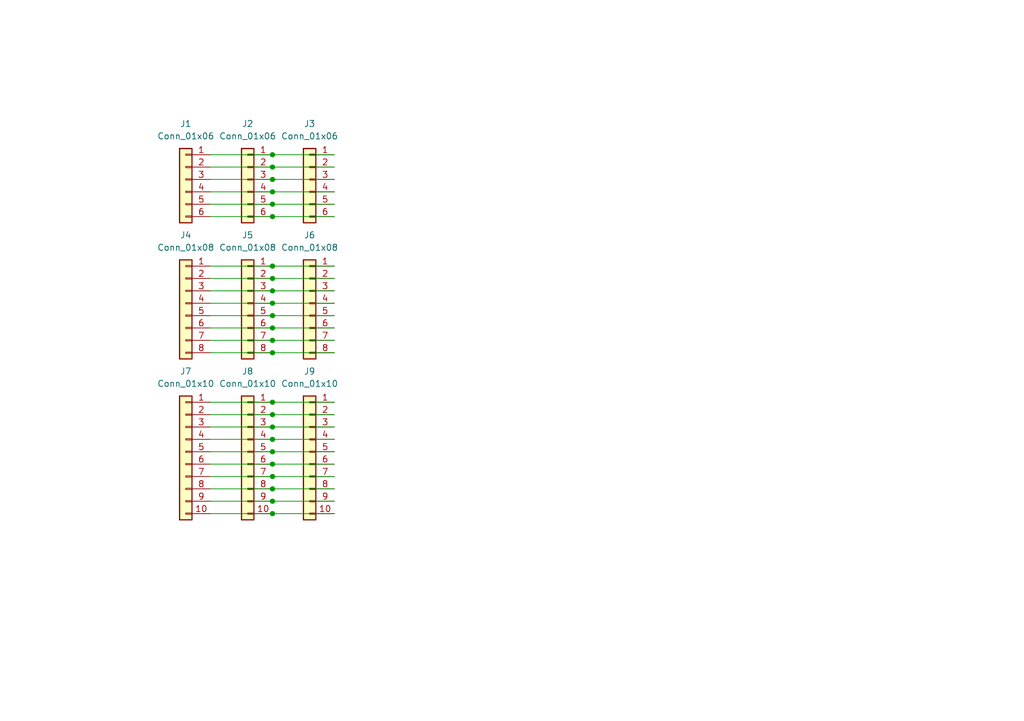
<source format=kicad_sch>
(kicad_sch
	(version 20250114)
	(generator "eeschema")
	(generator_version "9.0")
	(uuid "7e4951fa-8554-4ab6-88c8-5b71e05ac55a")
	(paper "A5")
	(lib_symbols
		(symbol "Connector_Generic:Conn_01x06"
			(pin_names
				(offset 1.016)
				(hide yes)
			)
			(exclude_from_sim no)
			(in_bom yes)
			(on_board yes)
			(property "Reference" "J"
				(at 0 7.62 0)
				(effects
					(font
						(size 1.27 1.27)
					)
				)
			)
			(property "Value" "Conn_01x06"
				(at 0 -10.16 0)
				(effects
					(font
						(size 1.27 1.27)
					)
				)
			)
			(property "Footprint" ""
				(at 0 0 0)
				(effects
					(font
						(size 1.27 1.27)
					)
					(hide yes)
				)
			)
			(property "Datasheet" "~"
				(at 0 0 0)
				(effects
					(font
						(size 1.27 1.27)
					)
					(hide yes)
				)
			)
			(property "Description" "Generic connector, single row, 01x06, script generated (kicad-library-utils/schlib/autogen/connector/)"
				(at 0 0 0)
				(effects
					(font
						(size 1.27 1.27)
					)
					(hide yes)
				)
			)
			(property "ki_keywords" "connector"
				(at 0 0 0)
				(effects
					(font
						(size 1.27 1.27)
					)
					(hide yes)
				)
			)
			(property "ki_fp_filters" "Connector*:*_1x??_*"
				(at 0 0 0)
				(effects
					(font
						(size 1.27 1.27)
					)
					(hide yes)
				)
			)
			(symbol "Conn_01x06_1_1"
				(rectangle
					(start -1.27 6.35)
					(end 1.27 -8.89)
					(stroke
						(width 0.254)
						(type default)
					)
					(fill
						(type background)
					)
				)
				(rectangle
					(start -1.27 5.207)
					(end 0 4.953)
					(stroke
						(width 0.1524)
						(type default)
					)
					(fill
						(type none)
					)
				)
				(rectangle
					(start -1.27 2.667)
					(end 0 2.413)
					(stroke
						(width 0.1524)
						(type default)
					)
					(fill
						(type none)
					)
				)
				(rectangle
					(start -1.27 0.127)
					(end 0 -0.127)
					(stroke
						(width 0.1524)
						(type default)
					)
					(fill
						(type none)
					)
				)
				(rectangle
					(start -1.27 -2.413)
					(end 0 -2.667)
					(stroke
						(width 0.1524)
						(type default)
					)
					(fill
						(type none)
					)
				)
				(rectangle
					(start -1.27 -4.953)
					(end 0 -5.207)
					(stroke
						(width 0.1524)
						(type default)
					)
					(fill
						(type none)
					)
				)
				(rectangle
					(start -1.27 -7.493)
					(end 0 -7.747)
					(stroke
						(width 0.1524)
						(type default)
					)
					(fill
						(type none)
					)
				)
				(pin passive line
					(at -5.08 5.08 0)
					(length 3.81)
					(name "Pin_1"
						(effects
							(font
								(size 1.27 1.27)
							)
						)
					)
					(number "1"
						(effects
							(font
								(size 1.27 1.27)
							)
						)
					)
				)
				(pin passive line
					(at -5.08 2.54 0)
					(length 3.81)
					(name "Pin_2"
						(effects
							(font
								(size 1.27 1.27)
							)
						)
					)
					(number "2"
						(effects
							(font
								(size 1.27 1.27)
							)
						)
					)
				)
				(pin passive line
					(at -5.08 0 0)
					(length 3.81)
					(name "Pin_3"
						(effects
							(font
								(size 1.27 1.27)
							)
						)
					)
					(number "3"
						(effects
							(font
								(size 1.27 1.27)
							)
						)
					)
				)
				(pin passive line
					(at -5.08 -2.54 0)
					(length 3.81)
					(name "Pin_4"
						(effects
							(font
								(size 1.27 1.27)
							)
						)
					)
					(number "4"
						(effects
							(font
								(size 1.27 1.27)
							)
						)
					)
				)
				(pin passive line
					(at -5.08 -5.08 0)
					(length 3.81)
					(name "Pin_5"
						(effects
							(font
								(size 1.27 1.27)
							)
						)
					)
					(number "5"
						(effects
							(font
								(size 1.27 1.27)
							)
						)
					)
				)
				(pin passive line
					(at -5.08 -7.62 0)
					(length 3.81)
					(name "Pin_6"
						(effects
							(font
								(size 1.27 1.27)
							)
						)
					)
					(number "6"
						(effects
							(font
								(size 1.27 1.27)
							)
						)
					)
				)
			)
			(embedded_fonts no)
		)
		(symbol "Connector_Generic:Conn_01x08"
			(pin_names
				(offset 1.016)
				(hide yes)
			)
			(exclude_from_sim no)
			(in_bom yes)
			(on_board yes)
			(property "Reference" "J"
				(at 0 10.16 0)
				(effects
					(font
						(size 1.27 1.27)
					)
				)
			)
			(property "Value" "Conn_01x08"
				(at 0 -12.7 0)
				(effects
					(font
						(size 1.27 1.27)
					)
				)
			)
			(property "Footprint" ""
				(at 0 0 0)
				(effects
					(font
						(size 1.27 1.27)
					)
					(hide yes)
				)
			)
			(property "Datasheet" "~"
				(at 0 0 0)
				(effects
					(font
						(size 1.27 1.27)
					)
					(hide yes)
				)
			)
			(property "Description" "Generic connector, single row, 01x08, script generated (kicad-library-utils/schlib/autogen/connector/)"
				(at 0 0 0)
				(effects
					(font
						(size 1.27 1.27)
					)
					(hide yes)
				)
			)
			(property "ki_keywords" "connector"
				(at 0 0 0)
				(effects
					(font
						(size 1.27 1.27)
					)
					(hide yes)
				)
			)
			(property "ki_fp_filters" "Connector*:*_1x??_*"
				(at 0 0 0)
				(effects
					(font
						(size 1.27 1.27)
					)
					(hide yes)
				)
			)
			(symbol "Conn_01x08_1_1"
				(rectangle
					(start -1.27 8.89)
					(end 1.27 -11.43)
					(stroke
						(width 0.254)
						(type default)
					)
					(fill
						(type background)
					)
				)
				(rectangle
					(start -1.27 7.747)
					(end 0 7.493)
					(stroke
						(width 0.1524)
						(type default)
					)
					(fill
						(type none)
					)
				)
				(rectangle
					(start -1.27 5.207)
					(end 0 4.953)
					(stroke
						(width 0.1524)
						(type default)
					)
					(fill
						(type none)
					)
				)
				(rectangle
					(start -1.27 2.667)
					(end 0 2.413)
					(stroke
						(width 0.1524)
						(type default)
					)
					(fill
						(type none)
					)
				)
				(rectangle
					(start -1.27 0.127)
					(end 0 -0.127)
					(stroke
						(width 0.1524)
						(type default)
					)
					(fill
						(type none)
					)
				)
				(rectangle
					(start -1.27 -2.413)
					(end 0 -2.667)
					(stroke
						(width 0.1524)
						(type default)
					)
					(fill
						(type none)
					)
				)
				(rectangle
					(start -1.27 -4.953)
					(end 0 -5.207)
					(stroke
						(width 0.1524)
						(type default)
					)
					(fill
						(type none)
					)
				)
				(rectangle
					(start -1.27 -7.493)
					(end 0 -7.747)
					(stroke
						(width 0.1524)
						(type default)
					)
					(fill
						(type none)
					)
				)
				(rectangle
					(start -1.27 -10.033)
					(end 0 -10.287)
					(stroke
						(width 0.1524)
						(type default)
					)
					(fill
						(type none)
					)
				)
				(pin passive line
					(at -5.08 7.62 0)
					(length 3.81)
					(name "Pin_1"
						(effects
							(font
								(size 1.27 1.27)
							)
						)
					)
					(number "1"
						(effects
							(font
								(size 1.27 1.27)
							)
						)
					)
				)
				(pin passive line
					(at -5.08 5.08 0)
					(length 3.81)
					(name "Pin_2"
						(effects
							(font
								(size 1.27 1.27)
							)
						)
					)
					(number "2"
						(effects
							(font
								(size 1.27 1.27)
							)
						)
					)
				)
				(pin passive line
					(at -5.08 2.54 0)
					(length 3.81)
					(name "Pin_3"
						(effects
							(font
								(size 1.27 1.27)
							)
						)
					)
					(number "3"
						(effects
							(font
								(size 1.27 1.27)
							)
						)
					)
				)
				(pin passive line
					(at -5.08 0 0)
					(length 3.81)
					(name "Pin_4"
						(effects
							(font
								(size 1.27 1.27)
							)
						)
					)
					(number "4"
						(effects
							(font
								(size 1.27 1.27)
							)
						)
					)
				)
				(pin passive line
					(at -5.08 -2.54 0)
					(length 3.81)
					(name "Pin_5"
						(effects
							(font
								(size 1.27 1.27)
							)
						)
					)
					(number "5"
						(effects
							(font
								(size 1.27 1.27)
							)
						)
					)
				)
				(pin passive line
					(at -5.08 -5.08 0)
					(length 3.81)
					(name "Pin_6"
						(effects
							(font
								(size 1.27 1.27)
							)
						)
					)
					(number "6"
						(effects
							(font
								(size 1.27 1.27)
							)
						)
					)
				)
				(pin passive line
					(at -5.08 -7.62 0)
					(length 3.81)
					(name "Pin_7"
						(effects
							(font
								(size 1.27 1.27)
							)
						)
					)
					(number "7"
						(effects
							(font
								(size 1.27 1.27)
							)
						)
					)
				)
				(pin passive line
					(at -5.08 -10.16 0)
					(length 3.81)
					(name "Pin_8"
						(effects
							(font
								(size 1.27 1.27)
							)
						)
					)
					(number "8"
						(effects
							(font
								(size 1.27 1.27)
							)
						)
					)
				)
			)
			(embedded_fonts no)
		)
		(symbol "Connector_Generic:Conn_01x10"
			(pin_names
				(offset 1.016)
				(hide yes)
			)
			(exclude_from_sim no)
			(in_bom yes)
			(on_board yes)
			(property "Reference" "J"
				(at 0 12.7 0)
				(effects
					(font
						(size 1.27 1.27)
					)
				)
			)
			(property "Value" "Conn_01x10"
				(at 0 -15.24 0)
				(effects
					(font
						(size 1.27 1.27)
					)
				)
			)
			(property "Footprint" ""
				(at 0 0 0)
				(effects
					(font
						(size 1.27 1.27)
					)
					(hide yes)
				)
			)
			(property "Datasheet" "~"
				(at 0 0 0)
				(effects
					(font
						(size 1.27 1.27)
					)
					(hide yes)
				)
			)
			(property "Description" "Generic connector, single row, 01x10, script generated (kicad-library-utils/schlib/autogen/connector/)"
				(at 0 0 0)
				(effects
					(font
						(size 1.27 1.27)
					)
					(hide yes)
				)
			)
			(property "ki_keywords" "connector"
				(at 0 0 0)
				(effects
					(font
						(size 1.27 1.27)
					)
					(hide yes)
				)
			)
			(property "ki_fp_filters" "Connector*:*_1x??_*"
				(at 0 0 0)
				(effects
					(font
						(size 1.27 1.27)
					)
					(hide yes)
				)
			)
			(symbol "Conn_01x10_1_1"
				(rectangle
					(start -1.27 11.43)
					(end 1.27 -13.97)
					(stroke
						(width 0.254)
						(type default)
					)
					(fill
						(type background)
					)
				)
				(rectangle
					(start -1.27 10.287)
					(end 0 10.033)
					(stroke
						(width 0.1524)
						(type default)
					)
					(fill
						(type none)
					)
				)
				(rectangle
					(start -1.27 7.747)
					(end 0 7.493)
					(stroke
						(width 0.1524)
						(type default)
					)
					(fill
						(type none)
					)
				)
				(rectangle
					(start -1.27 5.207)
					(end 0 4.953)
					(stroke
						(width 0.1524)
						(type default)
					)
					(fill
						(type none)
					)
				)
				(rectangle
					(start -1.27 2.667)
					(end 0 2.413)
					(stroke
						(width 0.1524)
						(type default)
					)
					(fill
						(type none)
					)
				)
				(rectangle
					(start -1.27 0.127)
					(end 0 -0.127)
					(stroke
						(width 0.1524)
						(type default)
					)
					(fill
						(type none)
					)
				)
				(rectangle
					(start -1.27 -2.413)
					(end 0 -2.667)
					(stroke
						(width 0.1524)
						(type default)
					)
					(fill
						(type none)
					)
				)
				(rectangle
					(start -1.27 -4.953)
					(end 0 -5.207)
					(stroke
						(width 0.1524)
						(type default)
					)
					(fill
						(type none)
					)
				)
				(rectangle
					(start -1.27 -7.493)
					(end 0 -7.747)
					(stroke
						(width 0.1524)
						(type default)
					)
					(fill
						(type none)
					)
				)
				(rectangle
					(start -1.27 -10.033)
					(end 0 -10.287)
					(stroke
						(width 0.1524)
						(type default)
					)
					(fill
						(type none)
					)
				)
				(rectangle
					(start -1.27 -12.573)
					(end 0 -12.827)
					(stroke
						(width 0.1524)
						(type default)
					)
					(fill
						(type none)
					)
				)
				(pin passive line
					(at -5.08 10.16 0)
					(length 3.81)
					(name "Pin_1"
						(effects
							(font
								(size 1.27 1.27)
							)
						)
					)
					(number "1"
						(effects
							(font
								(size 1.27 1.27)
							)
						)
					)
				)
				(pin passive line
					(at -5.08 7.62 0)
					(length 3.81)
					(name "Pin_2"
						(effects
							(font
								(size 1.27 1.27)
							)
						)
					)
					(number "2"
						(effects
							(font
								(size 1.27 1.27)
							)
						)
					)
				)
				(pin passive line
					(at -5.08 5.08 0)
					(length 3.81)
					(name "Pin_3"
						(effects
							(font
								(size 1.27 1.27)
							)
						)
					)
					(number "3"
						(effects
							(font
								(size 1.27 1.27)
							)
						)
					)
				)
				(pin passive line
					(at -5.08 2.54 0)
					(length 3.81)
					(name "Pin_4"
						(effects
							(font
								(size 1.27 1.27)
							)
						)
					)
					(number "4"
						(effects
							(font
								(size 1.27 1.27)
							)
						)
					)
				)
				(pin passive line
					(at -5.08 0 0)
					(length 3.81)
					(name "Pin_5"
						(effects
							(font
								(size 1.27 1.27)
							)
						)
					)
					(number "5"
						(effects
							(font
								(size 1.27 1.27)
							)
						)
					)
				)
				(pin passive line
					(at -5.08 -2.54 0)
					(length 3.81)
					(name "Pin_6"
						(effects
							(font
								(size 1.27 1.27)
							)
						)
					)
					(number "6"
						(effects
							(font
								(size 1.27 1.27)
							)
						)
					)
				)
				(pin passive line
					(at -5.08 -5.08 0)
					(length 3.81)
					(name "Pin_7"
						(effects
							(font
								(size 1.27 1.27)
							)
						)
					)
					(number "7"
						(effects
							(font
								(size 1.27 1.27)
							)
						)
					)
				)
				(pin passive line
					(at -5.08 -7.62 0)
					(length 3.81)
					(name "Pin_8"
						(effects
							(font
								(size 1.27 1.27)
							)
						)
					)
					(number "8"
						(effects
							(font
								(size 1.27 1.27)
							)
						)
					)
				)
				(pin passive line
					(at -5.08 -10.16 0)
					(length 3.81)
					(name "Pin_9"
						(effects
							(font
								(size 1.27 1.27)
							)
						)
					)
					(number "9"
						(effects
							(font
								(size 1.27 1.27)
							)
						)
					)
				)
				(pin passive line
					(at -5.08 -12.7 0)
					(length 3.81)
					(name "Pin_10"
						(effects
							(font
								(size 1.27 1.27)
							)
						)
					)
					(number "10"
						(effects
							(font
								(size 1.27 1.27)
							)
						)
					)
				)
			)
			(embedded_fonts no)
		)
	)
	(junction
		(at 55.88 54.61)
		(diameter 0)
		(color 0 0 0 0)
		(uuid "02b110df-d4a5-44a9-a163-611fe6c8ff53")
	)
	(junction
		(at 55.88 57.15)
		(diameter 0)
		(color 0 0 0 0)
		(uuid "05a0e06b-e857-450a-85e3-a9e63911d89e")
	)
	(junction
		(at 55.88 62.23)
		(diameter 0)
		(color 0 0 0 0)
		(uuid "091d8b96-48f3-4a13-b3b5-6ad01083cbaa")
	)
	(junction
		(at 55.88 41.91)
		(diameter 0)
		(color 0 0 0 0)
		(uuid "0992d037-10e4-4491-89d2-7d9e18d243a3")
	)
	(junction
		(at 55.88 72.39)
		(diameter 0)
		(color 0 0 0 0)
		(uuid "0da9d235-8898-438d-b2ce-892762664e35")
	)
	(junction
		(at 55.88 90.17)
		(diameter 0)
		(color 0 0 0 0)
		(uuid "32a73fb0-572e-485a-a8cb-629db4c4ac2a")
	)
	(junction
		(at 55.88 82.55)
		(diameter 0)
		(color 0 0 0 0)
		(uuid "3edaed3e-0676-47ad-b626-d173e06d5a1a")
	)
	(junction
		(at 55.88 67.31)
		(diameter 0)
		(color 0 0 0 0)
		(uuid "3f2d7134-825c-48a6-a837-2eadc2fad4d2")
	)
	(junction
		(at 55.88 64.77)
		(diameter 0)
		(color 0 0 0 0)
		(uuid "44d94314-f21c-42b9-82f3-958549a693ef")
	)
	(junction
		(at 55.88 85.09)
		(diameter 0)
		(color 0 0 0 0)
		(uuid "45295964-c132-49f3-a106-35d560e02d3f")
	)
	(junction
		(at 55.88 87.63)
		(diameter 0)
		(color 0 0 0 0)
		(uuid "6b5692fa-dc3e-47d6-a0e3-b66d37eab0e8")
	)
	(junction
		(at 55.88 97.79)
		(diameter 0)
		(color 0 0 0 0)
		(uuid "736ceb3b-9a32-4d28-8443-291a480da878")
	)
	(junction
		(at 55.88 105.41)
		(diameter 0)
		(color 0 0 0 0)
		(uuid "813498b2-0a75-4bc2-b285-575286bd81f2")
	)
	(junction
		(at 55.88 59.69)
		(diameter 0)
		(color 0 0 0 0)
		(uuid "9bcce548-07ec-4653-9345-b7fef99eca15")
	)
	(junction
		(at 55.88 102.87)
		(diameter 0)
		(color 0 0 0 0)
		(uuid "ab6f342c-01d4-4348-b1f6-8e973bd6b1f6")
	)
	(junction
		(at 55.88 39.37)
		(diameter 0)
		(color 0 0 0 0)
		(uuid "b3b15054-e6f3-4263-a8da-9a2eebe817c6")
	)
	(junction
		(at 55.88 44.45)
		(diameter 0)
		(color 0 0 0 0)
		(uuid "b9296aed-505a-4831-b043-4447055b1e8e")
	)
	(junction
		(at 55.88 31.75)
		(diameter 0)
		(color 0 0 0 0)
		(uuid "badfc911-7a73-4a20-9e19-1bc2cf5796c7")
	)
	(junction
		(at 55.88 95.25)
		(diameter 0)
		(color 0 0 0 0)
		(uuid "bf82894e-e9bf-4aea-8b08-3b693b7abb9e")
	)
	(junction
		(at 55.88 34.29)
		(diameter 0)
		(color 0 0 0 0)
		(uuid "c0640590-e60f-4e52-91d1-7264cf2206c3")
	)
	(junction
		(at 55.88 92.71)
		(diameter 0)
		(color 0 0 0 0)
		(uuid "d28e4114-5fda-4c86-a415-8a5cb6368c89")
	)
	(junction
		(at 55.88 69.85)
		(diameter 0)
		(color 0 0 0 0)
		(uuid "d74cbbbd-8915-486c-adf3-d65e1d5b6efc")
	)
	(junction
		(at 55.88 36.83)
		(diameter 0)
		(color 0 0 0 0)
		(uuid "d9e94ab4-794e-41e1-a2ea-1c64b89e61eb")
	)
	(junction
		(at 55.88 100.33)
		(diameter 0)
		(color 0 0 0 0)
		(uuid "f12cd185-3738-4f50-9707-b32d52c99af9")
	)
	(wire
		(pts
			(xy 43.18 54.61) (xy 55.88 54.61)
		)
		(stroke
			(width 0)
			(type default)
		)
		(uuid "00dd7fe8-37cc-4caa-9710-ac8b90451c16")
	)
	(wire
		(pts
			(xy 43.18 64.77) (xy 55.88 64.77)
		)
		(stroke
			(width 0)
			(type default)
		)
		(uuid "13ec8883-66a7-47e3-822e-cd061f6f299f")
	)
	(wire
		(pts
			(xy 55.88 100.33) (xy 68.58 100.33)
		)
		(stroke
			(width 0)
			(type default)
		)
		(uuid "148aa9cb-46c0-4235-a041-cb8ba617c6e4")
	)
	(wire
		(pts
			(xy 55.88 31.75) (xy 68.58 31.75)
		)
		(stroke
			(width 0)
			(type default)
		)
		(uuid "15d473f5-2aad-481f-a5a7-463e8c87596f")
	)
	(wire
		(pts
			(xy 43.18 36.83) (xy 55.88 36.83)
		)
		(stroke
			(width 0)
			(type default)
		)
		(uuid "21f435da-02fa-444e-b523-e71b94f56e55")
	)
	(wire
		(pts
			(xy 55.88 90.17) (xy 68.58 90.17)
		)
		(stroke
			(width 0)
			(type default)
		)
		(uuid "22533f20-7547-4d06-a0a5-47280a03cb1e")
	)
	(wire
		(pts
			(xy 43.18 62.23) (xy 55.88 62.23)
		)
		(stroke
			(width 0)
			(type default)
		)
		(uuid "323a03b3-71b2-46ef-80b9-2a22ee256a6e")
	)
	(wire
		(pts
			(xy 43.18 105.41) (xy 55.88 105.41)
		)
		(stroke
			(width 0)
			(type default)
		)
		(uuid "383bc604-0ab5-49c3-a342-8a72ade3fed7")
	)
	(wire
		(pts
			(xy 55.88 87.63) (xy 68.58 87.63)
		)
		(stroke
			(width 0)
			(type default)
		)
		(uuid "39e92aa3-5d93-4b8c-aec0-6b38bf6c8e74")
	)
	(wire
		(pts
			(xy 43.18 82.55) (xy 55.88 82.55)
		)
		(stroke
			(width 0)
			(type default)
		)
		(uuid "3a29035c-6014-43d0-b75b-19808a88b883")
	)
	(wire
		(pts
			(xy 43.18 97.79) (xy 55.88 97.79)
		)
		(stroke
			(width 0)
			(type default)
		)
		(uuid "3e9149d5-ddf3-4516-a6d9-026ef1ce5f6b")
	)
	(wire
		(pts
			(xy 43.18 69.85) (xy 55.88 69.85)
		)
		(stroke
			(width 0)
			(type default)
		)
		(uuid "400ed3af-3348-4354-8cd0-f86a80e9469b")
	)
	(wire
		(pts
			(xy 43.18 41.91) (xy 55.88 41.91)
		)
		(stroke
			(width 0)
			(type default)
		)
		(uuid "467762ab-98c1-4190-afaf-ab4392718277")
	)
	(wire
		(pts
			(xy 55.88 69.85) (xy 68.58 69.85)
		)
		(stroke
			(width 0)
			(type default)
		)
		(uuid "49872b06-96de-4438-90af-f25544c3221b")
	)
	(wire
		(pts
			(xy 43.18 31.75) (xy 55.88 31.75)
		)
		(stroke
			(width 0)
			(type default)
		)
		(uuid "4ccafa29-2f3a-408a-9966-6a4aa83b7ea4")
	)
	(wire
		(pts
			(xy 43.18 67.31) (xy 55.88 67.31)
		)
		(stroke
			(width 0)
			(type default)
		)
		(uuid "52a07020-a747-4ab1-963d-7ba8db66523e")
	)
	(wire
		(pts
			(xy 55.88 97.79) (xy 68.58 97.79)
		)
		(stroke
			(width 0)
			(type default)
		)
		(uuid "602b2fb0-f684-4181-86ca-0749e4f7a1cc")
	)
	(wire
		(pts
			(xy 43.18 44.45) (xy 55.88 44.45)
		)
		(stroke
			(width 0)
			(type default)
		)
		(uuid "60675f8a-6806-4578-aa56-70c8db85bdbb")
	)
	(wire
		(pts
			(xy 55.88 34.29) (xy 68.58 34.29)
		)
		(stroke
			(width 0)
			(type default)
		)
		(uuid "68743693-c4de-4a9a-8f3e-cb932155e872")
	)
	(wire
		(pts
			(xy 43.18 95.25) (xy 55.88 95.25)
		)
		(stroke
			(width 0)
			(type default)
		)
		(uuid "76f22a59-6ba6-42c7-94b6-f68ab8c315e9")
	)
	(wire
		(pts
			(xy 55.88 95.25) (xy 68.58 95.25)
		)
		(stroke
			(width 0)
			(type default)
		)
		(uuid "7729abcc-c369-4675-b5cf-fce8aa741cca")
	)
	(wire
		(pts
			(xy 43.18 100.33) (xy 55.88 100.33)
		)
		(stroke
			(width 0)
			(type default)
		)
		(uuid "79502630-fbca-4b1a-a1a7-16549be98610")
	)
	(wire
		(pts
			(xy 55.88 64.77) (xy 68.58 64.77)
		)
		(stroke
			(width 0)
			(type default)
		)
		(uuid "7f2e76fd-7b2b-4c8c-abf8-c4b2fecf06bf")
	)
	(wire
		(pts
			(xy 43.18 90.17) (xy 55.88 90.17)
		)
		(stroke
			(width 0)
			(type default)
		)
		(uuid "7f60ad7f-0c4e-4d0f-8c6f-068cc26e08f2")
	)
	(wire
		(pts
			(xy 43.18 59.69) (xy 55.88 59.69)
		)
		(stroke
			(width 0)
			(type default)
		)
		(uuid "81a1278c-5a24-4491-a28b-5ff0d6d8c88f")
	)
	(wire
		(pts
			(xy 55.88 57.15) (xy 68.58 57.15)
		)
		(stroke
			(width 0)
			(type default)
		)
		(uuid "864f57aa-d90d-4100-94ea-783fe68d844f")
	)
	(wire
		(pts
			(xy 43.18 92.71) (xy 55.88 92.71)
		)
		(stroke
			(width 0)
			(type default)
		)
		(uuid "8ba4de44-6ed5-4291-a4fa-8044a1b20b8b")
	)
	(wire
		(pts
			(xy 55.88 82.55) (xy 68.58 82.55)
		)
		(stroke
			(width 0)
			(type default)
		)
		(uuid "941b1ec7-57ae-4c18-916d-00bc89b1516b")
	)
	(wire
		(pts
			(xy 43.18 72.39) (xy 55.88 72.39)
		)
		(stroke
			(width 0)
			(type default)
		)
		(uuid "941e340f-f3ca-43e8-a14c-238d22d322f5")
	)
	(wire
		(pts
			(xy 55.88 85.09) (xy 68.58 85.09)
		)
		(stroke
			(width 0)
			(type default)
		)
		(uuid "9958b7b9-6b19-43a0-996b-d893bf4bb830")
	)
	(wire
		(pts
			(xy 55.88 41.91) (xy 68.58 41.91)
		)
		(stroke
			(width 0)
			(type default)
		)
		(uuid "9a6a371c-2718-4990-84f2-ce35f523f421")
	)
	(wire
		(pts
			(xy 43.18 102.87) (xy 55.88 102.87)
		)
		(stroke
			(width 0)
			(type default)
		)
		(uuid "9e73897c-f6f1-466f-af1d-f119e27c9c25")
	)
	(wire
		(pts
			(xy 43.18 39.37) (xy 55.88 39.37)
		)
		(stroke
			(width 0)
			(type default)
		)
		(uuid "a152847c-eb23-45cc-b5ba-daac4dcb45ae")
	)
	(wire
		(pts
			(xy 55.88 105.41) (xy 68.58 105.41)
		)
		(stroke
			(width 0)
			(type default)
		)
		(uuid "a335ffd1-8f48-4f99-b68a-c596a4ec04e5")
	)
	(wire
		(pts
			(xy 55.88 59.69) (xy 68.58 59.69)
		)
		(stroke
			(width 0)
			(type default)
		)
		(uuid "abaebce0-958c-4966-a9c4-ed47f6787126")
	)
	(wire
		(pts
			(xy 43.18 85.09) (xy 55.88 85.09)
		)
		(stroke
			(width 0)
			(type default)
		)
		(uuid "aff17557-689f-464b-b9ff-e4edaff613db")
	)
	(wire
		(pts
			(xy 55.88 62.23) (xy 68.58 62.23)
		)
		(stroke
			(width 0)
			(type default)
		)
		(uuid "bd29da55-8c28-4dbe-8d07-b5ffef409e21")
	)
	(wire
		(pts
			(xy 55.88 102.87) (xy 68.58 102.87)
		)
		(stroke
			(width 0)
			(type default)
		)
		(uuid "bf6932f6-de19-43e4-8ed9-929df2c661de")
	)
	(wire
		(pts
			(xy 55.88 92.71) (xy 68.58 92.71)
		)
		(stroke
			(width 0)
			(type default)
		)
		(uuid "bf6bf985-d423-4416-bac9-79e5a18ae316")
	)
	(wire
		(pts
			(xy 55.88 54.61) (xy 68.58 54.61)
		)
		(stroke
			(width 0)
			(type default)
		)
		(uuid "c19737ac-9e7c-40b3-8220-684b01449614")
	)
	(wire
		(pts
			(xy 55.88 72.39) (xy 68.58 72.39)
		)
		(stroke
			(width 0)
			(type default)
		)
		(uuid "c41f5655-23ea-4429-99db-e41782a0511e")
	)
	(wire
		(pts
			(xy 43.18 34.29) (xy 55.88 34.29)
		)
		(stroke
			(width 0)
			(type default)
		)
		(uuid "d11be1a8-f787-4fb8-bf8e-4c1b649c862e")
	)
	(wire
		(pts
			(xy 43.18 87.63) (xy 55.88 87.63)
		)
		(stroke
			(width 0)
			(type default)
		)
		(uuid "d357e397-dd2b-4a91-b680-af6a0502a885")
	)
	(wire
		(pts
			(xy 55.88 67.31) (xy 68.58 67.31)
		)
		(stroke
			(width 0)
			(type default)
		)
		(uuid "d38e3efb-75f8-4bc1-8ed6-be1d532ca2b1")
	)
	(wire
		(pts
			(xy 55.88 44.45) (xy 68.58 44.45)
		)
		(stroke
			(width 0)
			(type default)
		)
		(uuid "de5c8b72-8509-4a36-b739-706d3c40498d")
	)
	(wire
		(pts
			(xy 43.18 57.15) (xy 55.88 57.15)
		)
		(stroke
			(width 0)
			(type default)
		)
		(uuid "f12d07bc-1598-4eb1-a1a8-be4653ff7d95")
	)
	(wire
		(pts
			(xy 55.88 39.37) (xy 68.58 39.37)
		)
		(stroke
			(width 0)
			(type default)
		)
		(uuid "f146e610-65b2-4afe-b023-cd94ac82fc4b")
	)
	(wire
		(pts
			(xy 55.88 36.83) (xy 68.58 36.83)
		)
		(stroke
			(width 0)
			(type default)
		)
		(uuid "fcd1ffe4-14d4-43fa-bb4d-01c13ae08e85")
	)
	(symbol
		(lib_id "Connector_Generic:Conn_01x08")
		(at 50.8 62.23 0)
		(mirror y)
		(unit 1)
		(exclude_from_sim no)
		(in_bom yes)
		(on_board yes)
		(dnp no)
		(fields_autoplaced yes)
		(uuid "2de37cac-9abb-4fbe-98a7-a25935227ee5")
		(property "Reference" "J5"
			(at 50.8 48.26 0)
			(effects
				(font
					(size 1.27 1.27)
				)
			)
		)
		(property "Value" "Conn_01x08"
			(at 50.8 50.8 0)
			(effects
				(font
					(size 1.27 1.27)
				)
			)
		)
		(property "Footprint" "Connector_PinHeader_2.54mm:PinHeader_1x08_P2.54mm_Vertical_SMD_Pin1Left"
			(at 50.8 62.23 0)
			(effects
				(font
					(size 1.27 1.27)
				)
				(hide yes)
			)
		)
		(property "Datasheet" "~"
			(at 50.8 62.23 0)
			(effects
				(font
					(size 1.27 1.27)
				)
				(hide yes)
			)
		)
		(property "Description" "Generic connector, single row, 01x08, script generated (kicad-library-utils/schlib/autogen/connector/)"
			(at 50.8 62.23 0)
			(effects
				(font
					(size 1.27 1.27)
				)
				(hide yes)
			)
		)
		(property "LCSC" "C5160791"
			(at 50.8 62.23 0)
			(effects
				(font
					(size 1.27 1.27)
				)
				(hide yes)
			)
		)
		(pin "3"
			(uuid "26a9d811-96d9-46f7-980e-132472cd7c97")
		)
		(pin "4"
			(uuid "bc342f4e-a465-4c51-9286-f1d176109d83")
		)
		(pin "1"
			(uuid "765906cf-caff-4de8-8a02-31ae189c8cc4")
		)
		(pin "8"
			(uuid "a9b6b169-609d-4aa8-845c-d66abefcba56")
		)
		(pin "6"
			(uuid "62259db6-f0ac-449b-af51-b192052d5d73")
		)
		(pin "2"
			(uuid "9fb85c3d-7946-4a1e-ae80-404f5ff3ea4f")
		)
		(pin "7"
			(uuid "7dbe448a-7776-4b76-9939-a4bb642c65f4")
		)
		(pin "5"
			(uuid "2c131508-808f-4c28-af78-4b303340490a")
		)
		(instances
			(project "IDCto127"
				(path "/7e4951fa-8554-4ab6-88c8-5b71e05ac55a"
					(reference "J5")
					(unit 1)
				)
			)
		)
	)
	(symbol
		(lib_id "Connector_Generic:Conn_01x06")
		(at 38.1 36.83 0)
		(mirror y)
		(unit 1)
		(exclude_from_sim no)
		(in_bom yes)
		(on_board yes)
		(dnp no)
		(uuid "38857ad8-1e96-46ca-9be2-dc5a571c41af")
		(property "Reference" "J1"
			(at 38.1 25.4 0)
			(effects
				(font
					(size 1.27 1.27)
				)
			)
		)
		(property "Value" "Conn_01x06"
			(at 38.1 27.94 0)
			(effects
				(font
					(size 1.27 1.27)
				)
			)
		)
		(property "Footprint" "Connector_IDC:IDC-Header_2x03_P2.54mm_Vertical_SMD"
			(at 38.1 36.83 0)
			(effects
				(font
					(size 1.27 1.27)
				)
				(hide yes)
			)
		)
		(property "Datasheet" "~"
			(at 38.1 36.83 0)
			(effects
				(font
					(size 1.27 1.27)
				)
				(hide yes)
			)
		)
		(property "Description" "Generic connector, single row, 01x06, script generated (kicad-library-utils/schlib/autogen/connector/)"
			(at 38.1 36.83 0)
			(effects
				(font
					(size 1.27 1.27)
				)
				(hide yes)
			)
		)
		(property "LCSC" "C42372545"
			(at 38.1 36.83 0)
			(effects
				(font
					(size 1.27 1.27)
				)
				(hide yes)
			)
		)
		(pin "6"
			(uuid "2048c60a-31d0-4b66-8d8d-c004f46db832")
		)
		(pin "3"
			(uuid "64d78551-6dc4-46aa-8126-e0763e709ac5")
		)
		(pin "5"
			(uuid "78e5e87b-a03a-49eb-a4a3-b0bbdc7bd9bf")
		)
		(pin "2"
			(uuid "4df5fae4-8d9f-451b-8bde-c0d69e4945d5")
		)
		(pin "1"
			(uuid "2967de67-5315-4f02-8f1c-f66a321cb93e")
		)
		(pin "4"
			(uuid "9b7bbad4-3d7e-4512-b898-d78d6a1fc324")
		)
		(instances
			(project ""
				(path "/7e4951fa-8554-4ab6-88c8-5b71e05ac55a"
					(reference "J1")
					(unit 1)
				)
			)
		)
	)
	(symbol
		(lib_id "Connector_Generic:Conn_01x10")
		(at 38.1 92.71 0)
		(mirror y)
		(unit 1)
		(exclude_from_sim no)
		(in_bom yes)
		(on_board yes)
		(dnp no)
		(fields_autoplaced yes)
		(uuid "458f24c7-3161-4898-abff-3081a0e0ed4c")
		(property "Reference" "J7"
			(at 38.1 76.2 0)
			(effects
				(font
					(size 1.27 1.27)
				)
			)
		)
		(property "Value" "Conn_01x10"
			(at 38.1 78.74 0)
			(effects
				(font
					(size 1.27 1.27)
				)
			)
		)
		(property "Footprint" "Connector_IDC:IDC-Header_2x05_P2.54mm_Vertical_SMD"
			(at 38.1 92.71 0)
			(effects
				(font
					(size 1.27 1.27)
				)
				(hide yes)
			)
		)
		(property "Datasheet" "~"
			(at 38.1 92.71 0)
			(effects
				(font
					(size 1.27 1.27)
				)
				(hide yes)
			)
		)
		(property "Description" "Generic connector, single row, 01x10, script generated (kicad-library-utils/schlib/autogen/connector/)"
			(at 38.1 92.71 0)
			(effects
				(font
					(size 1.27 1.27)
				)
				(hide yes)
			)
		)
		(property "LCSC" "C5665"
			(at 38.1 92.71 0)
			(effects
				(font
					(size 1.27 1.27)
				)
				(hide yes)
			)
		)
		(pin "5"
			(uuid "10bde1cf-90f3-4b74-b36f-084442201575")
		)
		(pin "4"
			(uuid "68af540e-eef1-41a8-9fee-8730c4cd392a")
		)
		(pin "8"
			(uuid "0549095f-cd9b-44db-8fb0-d06c0a406098")
		)
		(pin "9"
			(uuid "a165a3c2-ac61-4663-8a9f-40e1302431cc")
		)
		(pin "6"
			(uuid "1b67e837-198b-4ebc-bb47-401d1d6f4197")
		)
		(pin "7"
			(uuid "2999f634-1f4c-4eed-9459-fe05a57f4925")
		)
		(pin "10"
			(uuid "af8c5bd9-b0e6-4cb6-882b-851ff6ce4c17")
		)
		(pin "3"
			(uuid "31fda02a-2ae8-4a3b-9341-7bad45d3b09d")
		)
		(pin "1"
			(uuid "ed087535-ac4d-4093-92ad-fa9bdbcf8fc3")
		)
		(pin "2"
			(uuid "d1870fb7-143d-45b0-8151-cac18c856f2a")
		)
		(instances
			(project ""
				(path "/7e4951fa-8554-4ab6-88c8-5b71e05ac55a"
					(reference "J7")
					(unit 1)
				)
			)
		)
	)
	(symbol
		(lib_id "Connector_Generic:Conn_01x10")
		(at 63.5 92.71 0)
		(mirror y)
		(unit 1)
		(exclude_from_sim no)
		(in_bom yes)
		(on_board yes)
		(dnp no)
		(fields_autoplaced yes)
		(uuid "50d5d5a1-ef68-4c28-9403-40b2bb7d7927")
		(property "Reference" "J9"
			(at 63.5 76.2 0)
			(effects
				(font
					(size 1.27 1.27)
				)
			)
		)
		(property "Value" "Conn_01x10"
			(at 63.5 78.74 0)
			(effects
				(font
					(size 1.27 1.27)
				)
			)
		)
		(property "Footprint" "Connector_IDC_127:IDC-Header_2x05_P1.27mm_Vertical_SMD"
			(at 63.5 92.71 0)
			(effects
				(font
					(size 1.27 1.27)
				)
				(hide yes)
			)
		)
		(property "Datasheet" "~"
			(at 63.5 92.71 0)
			(effects
				(font
					(size 1.27 1.27)
				)
				(hide yes)
			)
		)
		(property "Description" "Generic connector, single row, 01x10, script generated (kicad-library-utils/schlib/autogen/connector/)"
			(at 63.5 92.71 0)
			(effects
				(font
					(size 1.27 1.27)
				)
				(hide yes)
			)
		)
		(property "LCSC" "C42372555"
			(at 63.5 92.71 0)
			(effects
				(font
					(size 1.27 1.27)
				)
				(hide yes)
			)
		)
		(pin "5"
			(uuid "e00b5b17-6fc8-485c-9278-00318ca6f6de")
		)
		(pin "4"
			(uuid "0949f2c4-ae1a-49c6-90a2-7323d8d46c19")
		)
		(pin "8"
			(uuid "48b82a2d-c3f5-440a-84e4-628bb588ed5b")
		)
		(pin "9"
			(uuid "7dd6c63f-f96b-4952-9090-e8390600cb4b")
		)
		(pin "6"
			(uuid "0cad217a-0006-4ec8-a9d8-95ffb72ff0ad")
		)
		(pin "7"
			(uuid "c813220c-0e88-4878-a516-780af2a1bb15")
		)
		(pin "10"
			(uuid "4ad1df4b-de98-415c-9509-902499d87dce")
		)
		(pin "3"
			(uuid "f4f19b24-a971-4668-a275-6c4dd74006eb")
		)
		(pin "1"
			(uuid "444e807a-65e9-4454-bd5c-7dc17d696a9e")
		)
		(pin "2"
			(uuid "9f4ff19c-7503-4777-b860-076023e89e4a")
		)
		(instances
			(project "IDCto127"
				(path "/7e4951fa-8554-4ab6-88c8-5b71e05ac55a"
					(reference "J9")
					(unit 1)
				)
			)
		)
	)
	(symbol
		(lib_id "Connector_Generic:Conn_01x08")
		(at 63.5 62.23 0)
		(mirror y)
		(unit 1)
		(exclude_from_sim no)
		(in_bom yes)
		(on_board yes)
		(dnp no)
		(fields_autoplaced yes)
		(uuid "83de4b2b-e020-4e38-bfbd-5ac3acda3fc7")
		(property "Reference" "J6"
			(at 63.5 48.26 0)
			(effects
				(font
					(size 1.27 1.27)
				)
			)
		)
		(property "Value" "Conn_01x08"
			(at 63.5 50.8 0)
			(effects
				(font
					(size 1.27 1.27)
				)
			)
		)
		(property "Footprint" "Connector_IDC_127:IDC-Header_2x04_P1.27mm_Vertical_SMD"
			(at 63.5 62.23 0)
			(effects
				(font
					(size 1.27 1.27)
				)
				(hide yes)
			)
		)
		(property "Datasheet" "~"
			(at 63.5 62.23 0)
			(effects
				(font
					(size 1.27 1.27)
				)
				(hide yes)
			)
		)
		(property "Description" "Generic connector, single row, 01x08, script generated (kicad-library-utils/schlib/autogen/connector/)"
			(at 63.5 62.23 0)
			(effects
				(font
					(size 1.27 1.27)
				)
				(hide yes)
			)
		)
		(property "LCSC" "C42372554"
			(at 63.5 62.23 0)
			(effects
				(font
					(size 1.27 1.27)
				)
				(hide yes)
			)
		)
		(pin "3"
			(uuid "13c01c6d-96ea-475a-9ffe-bcdd45b503bb")
		)
		(pin "4"
			(uuid "af1b652e-d927-4375-9ec1-ff4906067ddb")
		)
		(pin "1"
			(uuid "825bade9-6526-47be-be80-a5951df4d649")
		)
		(pin "8"
			(uuid "3d122688-3a0d-4a03-9420-39a1099f4282")
		)
		(pin "6"
			(uuid "45bc8891-d7c6-4907-99ba-40c4a595b0d9")
		)
		(pin "2"
			(uuid "f9dce0e5-4f12-4a58-bb93-a3cfa82bca85")
		)
		(pin "7"
			(uuid "40889856-43d6-4e89-b89f-7f55fb6e339d")
		)
		(pin "5"
			(uuid "4755753a-16db-49e4-af94-da334640fc71")
		)
		(instances
			(project "IDCto127"
				(path "/7e4951fa-8554-4ab6-88c8-5b71e05ac55a"
					(reference "J6")
					(unit 1)
				)
			)
		)
	)
	(symbol
		(lib_id "Connector_Generic:Conn_01x08")
		(at 38.1 62.23 0)
		(mirror y)
		(unit 1)
		(exclude_from_sim no)
		(in_bom yes)
		(on_board yes)
		(dnp no)
		(fields_autoplaced yes)
		(uuid "a6fba66f-4a5b-4968-bfab-7bb4a2de8ebf")
		(property "Reference" "J4"
			(at 38.1 48.26 0)
			(effects
				(font
					(size 1.27 1.27)
				)
			)
		)
		(property "Value" "Conn_01x08"
			(at 38.1 50.8 0)
			(effects
				(font
					(size 1.27 1.27)
				)
			)
		)
		(property "Footprint" "Connector_IDC:IDC-Header_2x04_P2.54mm_Vertical_SMD"
			(at 38.1 62.23 0)
			(effects
				(font
					(size 1.27 1.27)
				)
				(hide yes)
			)
		)
		(property "Datasheet" "~"
			(at 38.1 62.23 0)
			(effects
				(font
					(size 1.27 1.27)
				)
				(hide yes)
			)
		)
		(property "Description" "Generic connector, single row, 01x08, script generated (kicad-library-utils/schlib/autogen/connector/)"
			(at 38.1 62.23 0)
			(effects
				(font
					(size 1.27 1.27)
				)
				(hide yes)
			)
		)
		(property "LCSC" "C42372546"
			(at 38.1 62.23 0)
			(effects
				(font
					(size 1.27 1.27)
				)
				(hide yes)
			)
		)
		(pin "3"
			(uuid "ba657239-b21d-49b3-a2b5-8f80aa42919e")
		)
		(pin "4"
			(uuid "31b446b6-9032-4497-bcfc-4026b498e845")
		)
		(pin "1"
			(uuid "eb7a3f1f-55ad-474f-925f-deb9e10792f9")
		)
		(pin "8"
			(uuid "b8045574-b559-4a6f-9778-2647ff75fa33")
		)
		(pin "6"
			(uuid "bb976298-5da8-4bf0-a7d2-9dc8b0789e40")
		)
		(pin "2"
			(uuid "eadfffb6-9c11-4820-9e5a-afe6bd6b0217")
		)
		(pin "7"
			(uuid "7755aafc-a178-4d9d-ae2f-b7d42b231f4f")
		)
		(pin "5"
			(uuid "a09e1535-02d6-4f7e-9af7-ba23292e00e8")
		)
		(instances
			(project ""
				(path "/7e4951fa-8554-4ab6-88c8-5b71e05ac55a"
					(reference "J4")
					(unit 1)
				)
			)
		)
	)
	(symbol
		(lib_id "Connector_Generic:Conn_01x10")
		(at 50.8 92.71 0)
		(mirror y)
		(unit 1)
		(exclude_from_sim no)
		(in_bom yes)
		(on_board yes)
		(dnp no)
		(fields_autoplaced yes)
		(uuid "c47398ba-d0af-43d3-b859-b7019e764c37")
		(property "Reference" "J8"
			(at 50.8 76.2 0)
			(effects
				(font
					(size 1.27 1.27)
				)
			)
		)
		(property "Value" "Conn_01x10"
			(at 50.8 78.74 0)
			(effects
				(font
					(size 1.27 1.27)
				)
			)
		)
		(property "Footprint" "Connector_PinHeader_2.54mm:PinHeader_1x10_P2.54mm_Vertical_SMD_Pin1Left"
			(at 50.8 92.71 0)
			(effects
				(font
					(size 1.27 1.27)
				)
				(hide yes)
			)
		)
		(property "Datasheet" "~"
			(at 50.8 92.71 0)
			(effects
				(font
					(size 1.27 1.27)
				)
				(hide yes)
			)
		)
		(property "Description" "Generic connector, single row, 01x10, script generated (kicad-library-utils/schlib/autogen/connector/)"
			(at 50.8 92.71 0)
			(effects
				(font
					(size 1.27 1.27)
				)
				(hide yes)
			)
		)
		(property "LCSC" "C42453977"
			(at 50.8 92.71 0)
			(effects
				(font
					(size 1.27 1.27)
				)
				(hide yes)
			)
		)
		(pin "5"
			(uuid "d83cfbe5-ca18-4755-90fa-6087a94aa784")
		)
		(pin "4"
			(uuid "9e204bb5-ca2e-405c-8116-48b878259e2d")
		)
		(pin "8"
			(uuid "3e7ba926-4b51-4e2c-82f3-9175a287f264")
		)
		(pin "9"
			(uuid "ac3a991c-301f-48e5-b823-c627470888d7")
		)
		(pin "6"
			(uuid "09905669-1c5d-4d81-852e-6a61f80ff5b5")
		)
		(pin "7"
			(uuid "c5994246-713e-4418-a8bc-764f7d6bd808")
		)
		(pin "10"
			(uuid "02cebc7e-01fa-4a42-a938-154d951b53f0")
		)
		(pin "3"
			(uuid "62940c0d-9f95-4786-85ef-0ad8bb79ba77")
		)
		(pin "1"
			(uuid "9302b096-15d7-4f5a-a069-adff733a25db")
		)
		(pin "2"
			(uuid "a833c5f2-565e-4517-96d4-ca14132064ff")
		)
		(instances
			(project "IDCto127"
				(path "/7e4951fa-8554-4ab6-88c8-5b71e05ac55a"
					(reference "J8")
					(unit 1)
				)
			)
		)
	)
	(symbol
		(lib_id "Connector_Generic:Conn_01x06")
		(at 50.8 36.83 0)
		(mirror y)
		(unit 1)
		(exclude_from_sim no)
		(in_bom yes)
		(on_board yes)
		(dnp no)
		(fields_autoplaced yes)
		(uuid "d4ddf4d3-438b-4119-8255-076722d8d96c")
		(property "Reference" "J2"
			(at 50.8 25.4 0)
			(effects
				(font
					(size 1.27 1.27)
				)
			)
		)
		(property "Value" "Conn_01x06"
			(at 50.8 27.94 0)
			(effects
				(font
					(size 1.27 1.27)
				)
			)
		)
		(property "Footprint" "Connector_PinHeader_2.54mm:PinHeader_1x06_P2.54mm_Vertical_SMD_Pin1Left"
			(at 50.8 36.83 0)
			(effects
				(font
					(size 1.27 1.27)
				)
				(hide yes)
			)
		)
		(property "Datasheet" "~"
			(at 50.8 36.83 0)
			(effects
				(font
					(size 1.27 1.27)
				)
				(hide yes)
			)
		)
		(property "Description" "Generic connector, single row, 01x06, script generated (kicad-library-utils/schlib/autogen/connector/)"
			(at 50.8 36.83 0)
			(effects
				(font
					(size 1.27 1.27)
				)
				(hide yes)
			)
		)
		(property "LCSC" "C5160789"
			(at 50.8 36.83 0)
			(effects
				(font
					(size 1.27 1.27)
				)
				(hide yes)
			)
		)
		(pin "6"
			(uuid "d95ba83d-562a-40fd-a83f-8f3615691809")
		)
		(pin "3"
			(uuid "4b5f719e-9130-4e29-886e-234fcb2f8a52")
		)
		(pin "5"
			(uuid "25d23b2b-a0ee-4e2e-bc89-63b4c21f9fcc")
		)
		(pin "2"
			(uuid "948c9eda-892b-4dc6-81de-ca5183db2d3b")
		)
		(pin "1"
			(uuid "d31872b9-39f8-4319-8203-88b098f8a5c8")
		)
		(pin "4"
			(uuid "e54cc341-da48-4b33-ad42-1b92d2568134")
		)
		(instances
			(project "IDCto127"
				(path "/7e4951fa-8554-4ab6-88c8-5b71e05ac55a"
					(reference "J2")
					(unit 1)
				)
			)
		)
	)
	(symbol
		(lib_id "Connector_Generic:Conn_01x06")
		(at 63.5 36.83 0)
		(mirror y)
		(unit 1)
		(exclude_from_sim no)
		(in_bom yes)
		(on_board yes)
		(dnp no)
		(fields_autoplaced yes)
		(uuid "e322049b-839c-4aa2-8bad-0cfcb7a8a864")
		(property "Reference" "J3"
			(at 63.5 25.4 0)
			(effects
				(font
					(size 1.27 1.27)
				)
			)
		)
		(property "Value" "Conn_01x06"
			(at 63.5 27.94 0)
			(effects
				(font
					(size 1.27 1.27)
				)
			)
		)
		(property "Footprint" "Connector_IDC_127:IDC-Header_2x03_P1.27mm_Vertical_SMD"
			(at 63.5 36.83 0)
			(effects
				(font
					(size 1.27 1.27)
				)
				(hide yes)
			)
		)
		(property "Datasheet" "~"
			(at 63.5 36.83 0)
			(effects
				(font
					(size 1.27 1.27)
				)
				(hide yes)
			)
		)
		(property "Description" "Generic connector, single row, 01x06, script generated (kicad-library-utils/schlib/autogen/connector/)"
			(at 63.5 36.83 0)
			(effects
				(font
					(size 1.27 1.27)
				)
				(hide yes)
			)
		)
		(property "LCSC" "C42372553"
			(at 63.5 36.83 0)
			(effects
				(font
					(size 1.27 1.27)
				)
				(hide yes)
			)
		)
		(pin "6"
			(uuid "f630bb74-6c44-448f-8c70-c0a4824dcecd")
		)
		(pin "3"
			(uuid "e88d1f99-74f8-4c1d-af83-88ec5b79591f")
		)
		(pin "5"
			(uuid "a85c1155-9323-4966-a57e-c8e416cc65d2")
		)
		(pin "2"
			(uuid "626bb244-d81a-429f-96b0-6a3b8a5ae606")
		)
		(pin "1"
			(uuid "abccb6eb-287b-4944-ace1-8f128dad982e")
		)
		(pin "4"
			(uuid "2ce4e863-f501-4b41-9d53-cdeba8e67f21")
		)
		(instances
			(project "IDCto127"
				(path "/7e4951fa-8554-4ab6-88c8-5b71e05ac55a"
					(reference "J3")
					(unit 1)
				)
			)
		)
	)
	(sheet_instances
		(path "/"
			(page "1")
		)
	)
	(embedded_fonts no)
)

</source>
